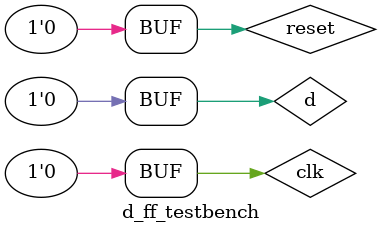
<source format=v>
`timescale 1ns / 1ps


module d_ff_testbench;

// variable instantiation
localparam Tclk = 20;
reg clk, reset;
reg d;
wire q;

// uut instantiation
d_ff_reset uut
(clk, reset, d, q);

// clock 
// T ns clock
always
begin
    clk = 1'b1;
    #(Tclk/2);
    clk = 1'b0;
    #(Tclk/2);
 end
 
 // reset    
initial 
begin
    reset = 1'b1;
    # (2*Tclk - 2);
    reset = 1'b0;
    # (4 * Tclk);
    reset = 1'b1;
    # (1.25 * Tclk);
    reset = 1'b0;
end

//Establish d signal waveform
initial
begin
    d = 1'b0;
    # Tclk;
    d = 1'b1;
    # (Tclk + 5);
    d = 1'b0;
    # (Tclk + 10);
    d = 1'b1;
    # (5 * Tclk);
    d = 1'b0;   
end

endmodule

</source>
